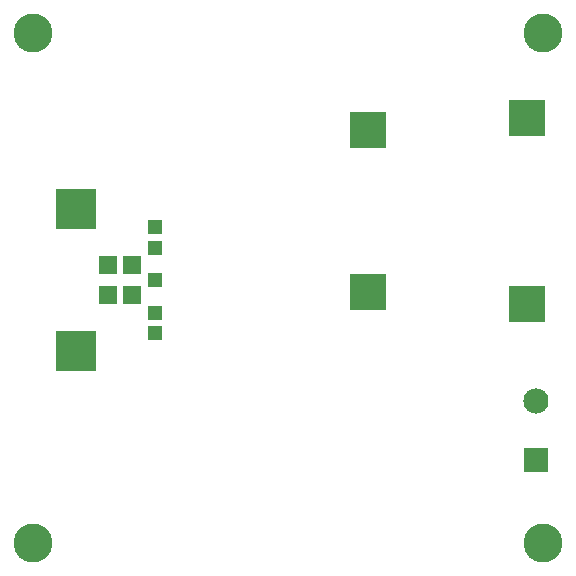
<source format=gbs>
G75*
G70*
%OFA0B0*%
%FSLAX24Y24*%
%IPPOS*%
%LPD*%
%AMOC8*
5,1,8,0,0,1.08239X$1,22.5*
%
%ADD10C,0.1300*%
%ADD11R,0.1221X0.1221*%
%ADD12R,0.1346X0.1346*%
%ADD13R,0.0602X0.0602*%
%ADD14R,0.0516X0.0516*%
%ADD15R,0.0840X0.0840*%
%ADD16C,0.0840*%
D10*
X002651Y001431D03*
X019651Y001431D03*
X019651Y018431D03*
X002651Y018431D03*
D11*
X013801Y015181D03*
X019116Y015575D03*
X013801Y009788D03*
X019116Y009394D03*
D12*
X004081Y007811D03*
X004081Y012551D03*
D13*
X005148Y010674D03*
X005935Y010674D03*
X005935Y009689D03*
X005148Y009689D03*
D14*
X006723Y010181D03*
X006723Y011264D03*
X006723Y011953D03*
X006723Y009099D03*
X006723Y008410D03*
D15*
X019401Y004181D03*
D16*
X019401Y006150D03*
M02*

</source>
